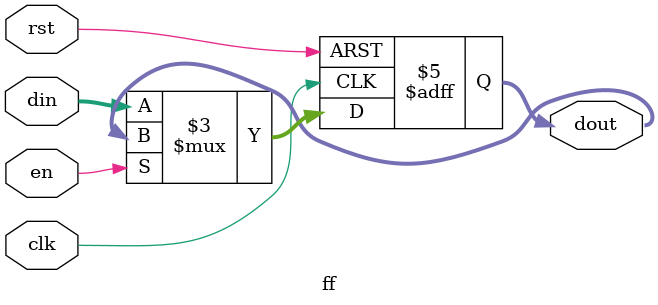
<source format=v>



module ff #(
    parameter DATA_WIDTH=32
    )(
    input clk,rst,en,
    input [DATA_WIDTH-1:0] din,
    output reg [DATA_WIDTH-1:0] dout
);

always @(posedge clk or posedge rst) begin
    if(rst) begin
        dout <= 0;
    end

    else begin
    	// active low enable
    	if(!en)
        	dout <= din;
    end
end

endmodule

</source>
